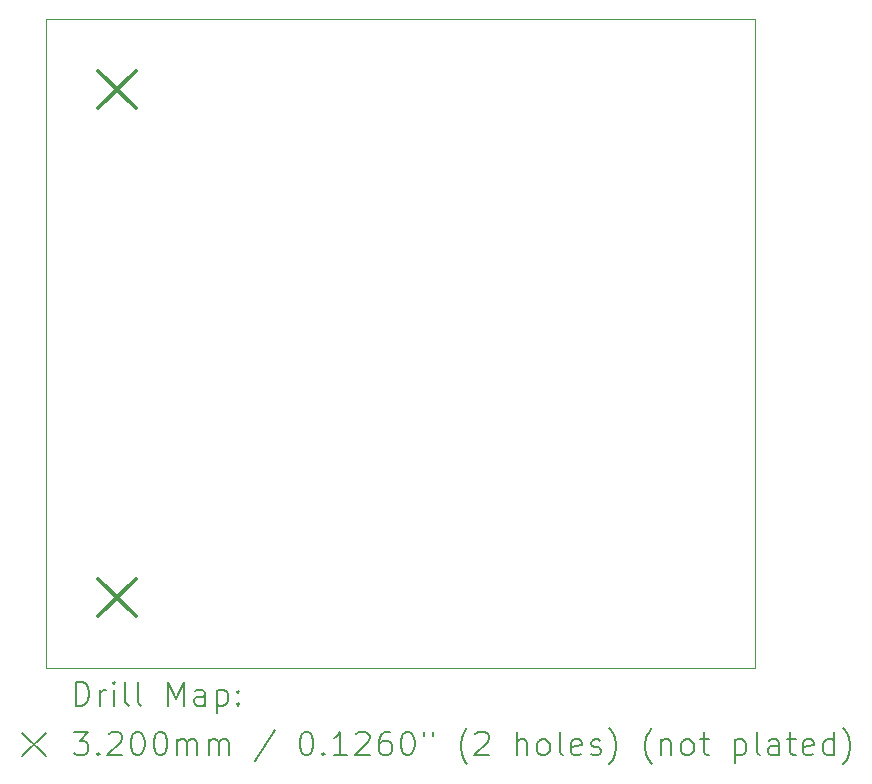
<source format=gbr>
%FSLAX45Y45*%
G04 Gerber Fmt 4.5, Leading zero omitted, Abs format (unit mm)*
G04 Created by KiCad (PCBNEW (6.0.6)) date 2022-08-27 12:11:47*
%MOMM*%
%LPD*%
G01*
G04 APERTURE LIST*
%TA.AperFunction,Profile*%
%ADD10C,0.100000*%
%TD*%
%ADD11C,0.200000*%
%ADD12C,0.320000*%
G04 APERTURE END LIST*
D10*
X9835000Y-9925000D02*
X9835000Y-4425000D01*
X3835000Y-4425000D02*
X9835000Y-4425000D01*
X3835000Y-9925000D02*
X9835000Y-9925000D01*
X3835000Y-9925000D02*
X3835000Y-4425000D01*
D11*
D12*
X4275000Y-4865000D02*
X4595000Y-5185000D01*
X4595000Y-4865000D02*
X4275000Y-5185000D01*
X4275000Y-9165000D02*
X4595000Y-9485000D01*
X4595000Y-9165000D02*
X4275000Y-9485000D01*
D11*
X4087619Y-10240476D02*
X4087619Y-10040476D01*
X4135238Y-10040476D01*
X4163809Y-10050000D01*
X4182857Y-10069048D01*
X4192381Y-10088095D01*
X4201905Y-10126190D01*
X4201905Y-10154762D01*
X4192381Y-10192857D01*
X4182857Y-10211905D01*
X4163809Y-10230952D01*
X4135238Y-10240476D01*
X4087619Y-10240476D01*
X4287619Y-10240476D02*
X4287619Y-10107143D01*
X4287619Y-10145238D02*
X4297143Y-10126190D01*
X4306667Y-10116667D01*
X4325714Y-10107143D01*
X4344762Y-10107143D01*
X4411429Y-10240476D02*
X4411429Y-10107143D01*
X4411429Y-10040476D02*
X4401905Y-10050000D01*
X4411429Y-10059524D01*
X4420952Y-10050000D01*
X4411429Y-10040476D01*
X4411429Y-10059524D01*
X4535238Y-10240476D02*
X4516190Y-10230952D01*
X4506667Y-10211905D01*
X4506667Y-10040476D01*
X4640000Y-10240476D02*
X4620952Y-10230952D01*
X4611429Y-10211905D01*
X4611429Y-10040476D01*
X4868571Y-10240476D02*
X4868571Y-10040476D01*
X4935238Y-10183333D01*
X5001905Y-10040476D01*
X5001905Y-10240476D01*
X5182857Y-10240476D02*
X5182857Y-10135714D01*
X5173333Y-10116667D01*
X5154286Y-10107143D01*
X5116190Y-10107143D01*
X5097143Y-10116667D01*
X5182857Y-10230952D02*
X5163810Y-10240476D01*
X5116190Y-10240476D01*
X5097143Y-10230952D01*
X5087619Y-10211905D01*
X5087619Y-10192857D01*
X5097143Y-10173810D01*
X5116190Y-10164286D01*
X5163810Y-10164286D01*
X5182857Y-10154762D01*
X5278095Y-10107143D02*
X5278095Y-10307143D01*
X5278095Y-10116667D02*
X5297143Y-10107143D01*
X5335238Y-10107143D01*
X5354286Y-10116667D01*
X5363810Y-10126190D01*
X5373333Y-10145238D01*
X5373333Y-10202381D01*
X5363810Y-10221429D01*
X5354286Y-10230952D01*
X5335238Y-10240476D01*
X5297143Y-10240476D01*
X5278095Y-10230952D01*
X5459048Y-10221429D02*
X5468571Y-10230952D01*
X5459048Y-10240476D01*
X5449524Y-10230952D01*
X5459048Y-10221429D01*
X5459048Y-10240476D01*
X5459048Y-10116667D02*
X5468571Y-10126190D01*
X5459048Y-10135714D01*
X5449524Y-10126190D01*
X5459048Y-10116667D01*
X5459048Y-10135714D01*
X3630000Y-10470000D02*
X3830000Y-10670000D01*
X3830000Y-10470000D02*
X3630000Y-10670000D01*
X4068571Y-10460476D02*
X4192381Y-10460476D01*
X4125714Y-10536667D01*
X4154286Y-10536667D01*
X4173333Y-10546190D01*
X4182857Y-10555714D01*
X4192381Y-10574762D01*
X4192381Y-10622381D01*
X4182857Y-10641429D01*
X4173333Y-10650952D01*
X4154286Y-10660476D01*
X4097143Y-10660476D01*
X4078095Y-10650952D01*
X4068571Y-10641429D01*
X4278095Y-10641429D02*
X4287619Y-10650952D01*
X4278095Y-10660476D01*
X4268571Y-10650952D01*
X4278095Y-10641429D01*
X4278095Y-10660476D01*
X4363810Y-10479524D02*
X4373333Y-10470000D01*
X4392381Y-10460476D01*
X4440000Y-10460476D01*
X4459048Y-10470000D01*
X4468571Y-10479524D01*
X4478095Y-10498571D01*
X4478095Y-10517619D01*
X4468571Y-10546190D01*
X4354286Y-10660476D01*
X4478095Y-10660476D01*
X4601905Y-10460476D02*
X4620952Y-10460476D01*
X4640000Y-10470000D01*
X4649524Y-10479524D01*
X4659048Y-10498571D01*
X4668571Y-10536667D01*
X4668571Y-10584286D01*
X4659048Y-10622381D01*
X4649524Y-10641429D01*
X4640000Y-10650952D01*
X4620952Y-10660476D01*
X4601905Y-10660476D01*
X4582857Y-10650952D01*
X4573333Y-10641429D01*
X4563810Y-10622381D01*
X4554286Y-10584286D01*
X4554286Y-10536667D01*
X4563810Y-10498571D01*
X4573333Y-10479524D01*
X4582857Y-10470000D01*
X4601905Y-10460476D01*
X4792381Y-10460476D02*
X4811429Y-10460476D01*
X4830476Y-10470000D01*
X4840000Y-10479524D01*
X4849524Y-10498571D01*
X4859048Y-10536667D01*
X4859048Y-10584286D01*
X4849524Y-10622381D01*
X4840000Y-10641429D01*
X4830476Y-10650952D01*
X4811429Y-10660476D01*
X4792381Y-10660476D01*
X4773333Y-10650952D01*
X4763810Y-10641429D01*
X4754286Y-10622381D01*
X4744762Y-10584286D01*
X4744762Y-10536667D01*
X4754286Y-10498571D01*
X4763810Y-10479524D01*
X4773333Y-10470000D01*
X4792381Y-10460476D01*
X4944762Y-10660476D02*
X4944762Y-10527143D01*
X4944762Y-10546190D02*
X4954286Y-10536667D01*
X4973333Y-10527143D01*
X5001905Y-10527143D01*
X5020952Y-10536667D01*
X5030476Y-10555714D01*
X5030476Y-10660476D01*
X5030476Y-10555714D02*
X5040000Y-10536667D01*
X5059048Y-10527143D01*
X5087619Y-10527143D01*
X5106667Y-10536667D01*
X5116190Y-10555714D01*
X5116190Y-10660476D01*
X5211429Y-10660476D02*
X5211429Y-10527143D01*
X5211429Y-10546190D02*
X5220952Y-10536667D01*
X5240000Y-10527143D01*
X5268571Y-10527143D01*
X5287619Y-10536667D01*
X5297143Y-10555714D01*
X5297143Y-10660476D01*
X5297143Y-10555714D02*
X5306667Y-10536667D01*
X5325714Y-10527143D01*
X5354286Y-10527143D01*
X5373333Y-10536667D01*
X5382857Y-10555714D01*
X5382857Y-10660476D01*
X5773333Y-10450952D02*
X5601905Y-10708095D01*
X6030476Y-10460476D02*
X6049524Y-10460476D01*
X6068571Y-10470000D01*
X6078095Y-10479524D01*
X6087619Y-10498571D01*
X6097143Y-10536667D01*
X6097143Y-10584286D01*
X6087619Y-10622381D01*
X6078095Y-10641429D01*
X6068571Y-10650952D01*
X6049524Y-10660476D01*
X6030476Y-10660476D01*
X6011428Y-10650952D01*
X6001905Y-10641429D01*
X5992381Y-10622381D01*
X5982857Y-10584286D01*
X5982857Y-10536667D01*
X5992381Y-10498571D01*
X6001905Y-10479524D01*
X6011428Y-10470000D01*
X6030476Y-10460476D01*
X6182857Y-10641429D02*
X6192381Y-10650952D01*
X6182857Y-10660476D01*
X6173333Y-10650952D01*
X6182857Y-10641429D01*
X6182857Y-10660476D01*
X6382857Y-10660476D02*
X6268571Y-10660476D01*
X6325714Y-10660476D02*
X6325714Y-10460476D01*
X6306667Y-10489048D01*
X6287619Y-10508095D01*
X6268571Y-10517619D01*
X6459048Y-10479524D02*
X6468571Y-10470000D01*
X6487619Y-10460476D01*
X6535238Y-10460476D01*
X6554286Y-10470000D01*
X6563809Y-10479524D01*
X6573333Y-10498571D01*
X6573333Y-10517619D01*
X6563809Y-10546190D01*
X6449524Y-10660476D01*
X6573333Y-10660476D01*
X6744762Y-10460476D02*
X6706667Y-10460476D01*
X6687619Y-10470000D01*
X6678095Y-10479524D01*
X6659048Y-10508095D01*
X6649524Y-10546190D01*
X6649524Y-10622381D01*
X6659048Y-10641429D01*
X6668571Y-10650952D01*
X6687619Y-10660476D01*
X6725714Y-10660476D01*
X6744762Y-10650952D01*
X6754286Y-10641429D01*
X6763809Y-10622381D01*
X6763809Y-10574762D01*
X6754286Y-10555714D01*
X6744762Y-10546190D01*
X6725714Y-10536667D01*
X6687619Y-10536667D01*
X6668571Y-10546190D01*
X6659048Y-10555714D01*
X6649524Y-10574762D01*
X6887619Y-10460476D02*
X6906667Y-10460476D01*
X6925714Y-10470000D01*
X6935238Y-10479524D01*
X6944762Y-10498571D01*
X6954286Y-10536667D01*
X6954286Y-10584286D01*
X6944762Y-10622381D01*
X6935238Y-10641429D01*
X6925714Y-10650952D01*
X6906667Y-10660476D01*
X6887619Y-10660476D01*
X6868571Y-10650952D01*
X6859048Y-10641429D01*
X6849524Y-10622381D01*
X6840000Y-10584286D01*
X6840000Y-10536667D01*
X6849524Y-10498571D01*
X6859048Y-10479524D01*
X6868571Y-10470000D01*
X6887619Y-10460476D01*
X7030476Y-10460476D02*
X7030476Y-10498571D01*
X7106667Y-10460476D02*
X7106667Y-10498571D01*
X7401905Y-10736667D02*
X7392381Y-10727143D01*
X7373333Y-10698571D01*
X7363809Y-10679524D01*
X7354286Y-10650952D01*
X7344762Y-10603333D01*
X7344762Y-10565238D01*
X7354286Y-10517619D01*
X7363809Y-10489048D01*
X7373333Y-10470000D01*
X7392381Y-10441429D01*
X7401905Y-10431905D01*
X7468571Y-10479524D02*
X7478095Y-10470000D01*
X7497143Y-10460476D01*
X7544762Y-10460476D01*
X7563809Y-10470000D01*
X7573333Y-10479524D01*
X7582857Y-10498571D01*
X7582857Y-10517619D01*
X7573333Y-10546190D01*
X7459048Y-10660476D01*
X7582857Y-10660476D01*
X7820952Y-10660476D02*
X7820952Y-10460476D01*
X7906667Y-10660476D02*
X7906667Y-10555714D01*
X7897143Y-10536667D01*
X7878095Y-10527143D01*
X7849524Y-10527143D01*
X7830476Y-10536667D01*
X7820952Y-10546190D01*
X8030476Y-10660476D02*
X8011428Y-10650952D01*
X8001905Y-10641429D01*
X7992381Y-10622381D01*
X7992381Y-10565238D01*
X8001905Y-10546190D01*
X8011428Y-10536667D01*
X8030476Y-10527143D01*
X8059048Y-10527143D01*
X8078095Y-10536667D01*
X8087619Y-10546190D01*
X8097143Y-10565238D01*
X8097143Y-10622381D01*
X8087619Y-10641429D01*
X8078095Y-10650952D01*
X8059048Y-10660476D01*
X8030476Y-10660476D01*
X8211428Y-10660476D02*
X8192381Y-10650952D01*
X8182857Y-10631905D01*
X8182857Y-10460476D01*
X8363809Y-10650952D02*
X8344762Y-10660476D01*
X8306667Y-10660476D01*
X8287619Y-10650952D01*
X8278095Y-10631905D01*
X8278095Y-10555714D01*
X8287619Y-10536667D01*
X8306667Y-10527143D01*
X8344762Y-10527143D01*
X8363809Y-10536667D01*
X8373333Y-10555714D01*
X8373333Y-10574762D01*
X8278095Y-10593810D01*
X8449524Y-10650952D02*
X8468571Y-10660476D01*
X8506667Y-10660476D01*
X8525714Y-10650952D01*
X8535238Y-10631905D01*
X8535238Y-10622381D01*
X8525714Y-10603333D01*
X8506667Y-10593810D01*
X8478095Y-10593810D01*
X8459048Y-10584286D01*
X8449524Y-10565238D01*
X8449524Y-10555714D01*
X8459048Y-10536667D01*
X8478095Y-10527143D01*
X8506667Y-10527143D01*
X8525714Y-10536667D01*
X8601905Y-10736667D02*
X8611429Y-10727143D01*
X8630476Y-10698571D01*
X8640000Y-10679524D01*
X8649524Y-10650952D01*
X8659048Y-10603333D01*
X8659048Y-10565238D01*
X8649524Y-10517619D01*
X8640000Y-10489048D01*
X8630476Y-10470000D01*
X8611429Y-10441429D01*
X8601905Y-10431905D01*
X8963810Y-10736667D02*
X8954286Y-10727143D01*
X8935238Y-10698571D01*
X8925714Y-10679524D01*
X8916190Y-10650952D01*
X8906667Y-10603333D01*
X8906667Y-10565238D01*
X8916190Y-10517619D01*
X8925714Y-10489048D01*
X8935238Y-10470000D01*
X8954286Y-10441429D01*
X8963810Y-10431905D01*
X9040000Y-10527143D02*
X9040000Y-10660476D01*
X9040000Y-10546190D02*
X9049524Y-10536667D01*
X9068571Y-10527143D01*
X9097143Y-10527143D01*
X9116190Y-10536667D01*
X9125714Y-10555714D01*
X9125714Y-10660476D01*
X9249524Y-10660476D02*
X9230476Y-10650952D01*
X9220952Y-10641429D01*
X9211429Y-10622381D01*
X9211429Y-10565238D01*
X9220952Y-10546190D01*
X9230476Y-10536667D01*
X9249524Y-10527143D01*
X9278095Y-10527143D01*
X9297143Y-10536667D01*
X9306667Y-10546190D01*
X9316190Y-10565238D01*
X9316190Y-10622381D01*
X9306667Y-10641429D01*
X9297143Y-10650952D01*
X9278095Y-10660476D01*
X9249524Y-10660476D01*
X9373333Y-10527143D02*
X9449524Y-10527143D01*
X9401905Y-10460476D02*
X9401905Y-10631905D01*
X9411429Y-10650952D01*
X9430476Y-10660476D01*
X9449524Y-10660476D01*
X9668571Y-10527143D02*
X9668571Y-10727143D01*
X9668571Y-10536667D02*
X9687619Y-10527143D01*
X9725714Y-10527143D01*
X9744762Y-10536667D01*
X9754286Y-10546190D01*
X9763810Y-10565238D01*
X9763810Y-10622381D01*
X9754286Y-10641429D01*
X9744762Y-10650952D01*
X9725714Y-10660476D01*
X9687619Y-10660476D01*
X9668571Y-10650952D01*
X9878095Y-10660476D02*
X9859048Y-10650952D01*
X9849524Y-10631905D01*
X9849524Y-10460476D01*
X10040000Y-10660476D02*
X10040000Y-10555714D01*
X10030476Y-10536667D01*
X10011429Y-10527143D01*
X9973333Y-10527143D01*
X9954286Y-10536667D01*
X10040000Y-10650952D02*
X10020952Y-10660476D01*
X9973333Y-10660476D01*
X9954286Y-10650952D01*
X9944762Y-10631905D01*
X9944762Y-10612857D01*
X9954286Y-10593810D01*
X9973333Y-10584286D01*
X10020952Y-10584286D01*
X10040000Y-10574762D01*
X10106667Y-10527143D02*
X10182857Y-10527143D01*
X10135238Y-10460476D02*
X10135238Y-10631905D01*
X10144762Y-10650952D01*
X10163810Y-10660476D01*
X10182857Y-10660476D01*
X10325714Y-10650952D02*
X10306667Y-10660476D01*
X10268571Y-10660476D01*
X10249524Y-10650952D01*
X10240000Y-10631905D01*
X10240000Y-10555714D01*
X10249524Y-10536667D01*
X10268571Y-10527143D01*
X10306667Y-10527143D01*
X10325714Y-10536667D01*
X10335238Y-10555714D01*
X10335238Y-10574762D01*
X10240000Y-10593810D01*
X10506667Y-10660476D02*
X10506667Y-10460476D01*
X10506667Y-10650952D02*
X10487619Y-10660476D01*
X10449524Y-10660476D01*
X10430476Y-10650952D01*
X10420952Y-10641429D01*
X10411429Y-10622381D01*
X10411429Y-10565238D01*
X10420952Y-10546190D01*
X10430476Y-10536667D01*
X10449524Y-10527143D01*
X10487619Y-10527143D01*
X10506667Y-10536667D01*
X10582857Y-10736667D02*
X10592381Y-10727143D01*
X10611429Y-10698571D01*
X10620952Y-10679524D01*
X10630476Y-10650952D01*
X10640000Y-10603333D01*
X10640000Y-10565238D01*
X10630476Y-10517619D01*
X10620952Y-10489048D01*
X10611429Y-10470000D01*
X10592381Y-10441429D01*
X10582857Y-10431905D01*
M02*

</source>
